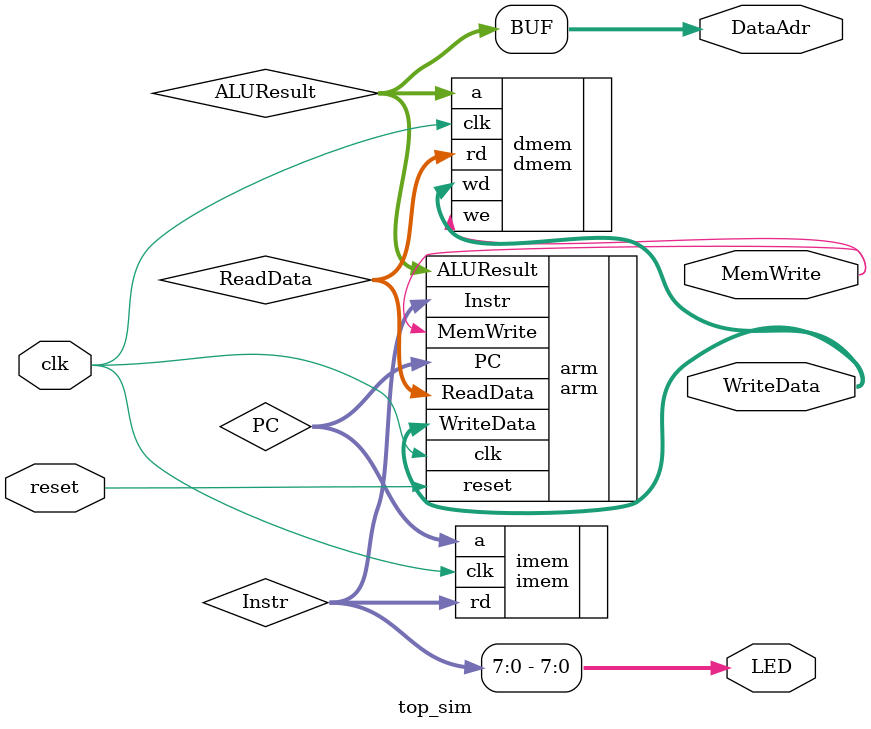
<source format=sv>
`timescale 1ps / 1ps


module top_sim (
  input  logic        clk,
  input  logic        reset,
  output logic [31:0] WriteData,
  output logic [31:0] DataAdr,
  output logic        MemWrite,
  output logic [7:0]  LED
);

  logic [31:0] PC, Instr, ReadData, ALUResult;

  // =====================================================
  // PROCESADOR ARM
  // =====================================================
  arm arm (
    .clk(clk),
    .reset(reset),
    .PC(PC),
    .Instr(Instr),
    .MemWrite(MemWrite),
    .ALUResult(ALUResult),
    .WriteData(WriteData),
    .ReadData(ReadData)
  );

  // =====================================================
  // MEMORIA DE INSTRUCCIONES (ROM)
  // =====================================================
  imem imem (
    .clk(clk),
    .a(PC),
    .rd(Instr)
  );

  // =====================================================
  // MEMORIA DE DATOS (RAM)
  // =====================================================
  dmem dmem (
    .clk(clk),
    .we(MemWrite),
    .a(ALUResult),
    .wd(WriteData),
    .rd(ReadData)
  );

  // =====================================================
  // SALIDAS
  // =====================================================
  assign DataAdr = ALUResult;
  assign LED = Instr[7:0];

endmodule
</source>
